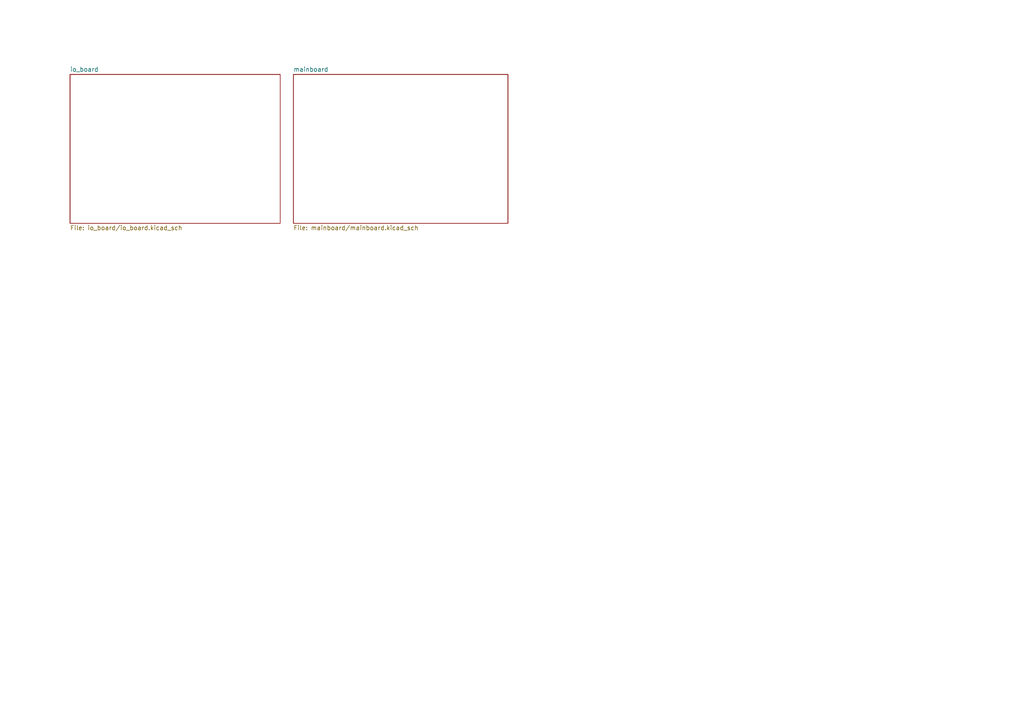
<source format=kicad_sch>
(kicad_sch (version 20211123) (generator eeschema)
  (paper "A4")
  (lib_symbols)
  (sheet (at 85.09 21.59) (size 62.23 43.18) (stroke (width 0.1524))
    (property "Sheet name" "mainboard" (at 85.09 20.8784 0) (effects (justify left bottom)))
    (property "Sheet file" "mainboard/mainboard.kicad_sch" (at 85.09 65.3546 0) (effects (justify left top)))
  )
  (sheet (at 20.32 21.59) (size 60.96 43.18) (stroke (width 0.1524))
    (property "Sheet name" "io_board" (at 20.32 20.8784 0) (effects (justify left bottom)))
    (property "Sheet file" "io_board/io_board.kicad_sch" (at 20.32 65.3546 0) (effects (justify left top)))
  )
)
</source>
